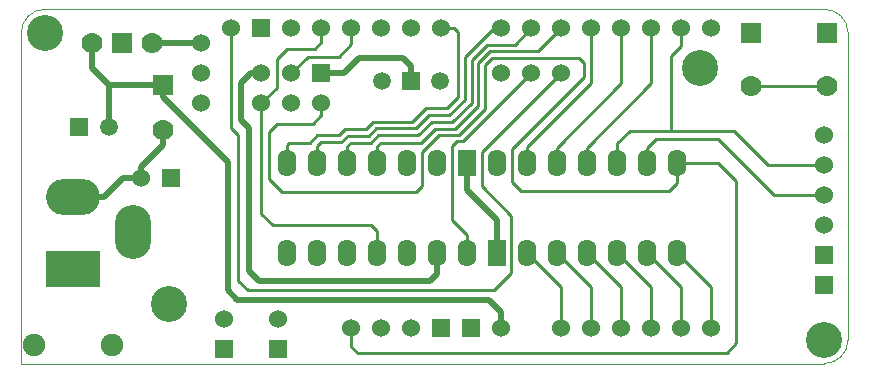
<source format=gtl>
G04 #@! TF.FileFunction,Copper,L1,Top,Signal*
%FSLAX46Y46*%
G04 Gerber Fmt 4.6, Leading zero omitted, Abs format (unit mm)*
G04 Created by KiCad (PCBNEW (2014-12-11 BZR 5320)-product) date Wed Dec 17 12:14:25 2014*
%MOMM*%
G01*
G04 APERTURE LIST*
%ADD10C,0.100000*%
%ADD11C,1.778000*%
%ADD12R,1.778000X1.778000*%
%ADD13C,3.048000*%
%ADD14R,4.572000X3.048000*%
%ADD15O,4.572000X3.048000*%
%ADD16O,3.048000X4.572000*%
%ADD17C,1.524000*%
%ADD18R,1.524000X1.524000*%
%ADD19O,1.574800X2.286000*%
%ADD20R,1.574800X2.286000*%
%ADD21C,1.905000*%
%ADD22C,1.501140*%
%ADD23R,1.501140X1.501140*%
%ADD24C,0.500000*%
%ADD25C,0.250000*%
G04 APERTURE END LIST*
D10*
X100000000Y-58000000D02*
X100000000Y-32000000D01*
X100000000Y-32000000D02*
G75*
G03X98000000Y-30000000I-2000000J0D01*
G01*
X98000000Y-60000000D02*
G75*
G03X100000000Y-58000000I0J2000000D01*
G01*
X32000000Y-30000000D02*
G75*
G03X30000000Y-32000000I0J-2000000D01*
G01*
X30000000Y-60000000D02*
X30000000Y-32000000D01*
X98000000Y-60000000D02*
X30000000Y-60000000D01*
X32000000Y-30000000D02*
X98000000Y-30000000D01*
D11*
X35960000Y-32870000D03*
D12*
X38500000Y-32870000D03*
D11*
X41040000Y-32870000D03*
D12*
X98250000Y-32000000D03*
D11*
X91750000Y-36500000D03*
X98250000Y-36500000D03*
D12*
X91750000Y-32000000D03*
D13*
X98000000Y-58000000D03*
X42500000Y-55000000D03*
D14*
X34400000Y-52000000D03*
D15*
X34400000Y-45904000D03*
D16*
X39480000Y-48825000D03*
D17*
X50320000Y-37950000D03*
X50320000Y-35410000D03*
X52860000Y-37950000D03*
X52860000Y-35410000D03*
X55400000Y-37950000D03*
D18*
X55400000Y-35410000D03*
D17*
X65560000Y-31600000D03*
X63020000Y-31600000D03*
X60480000Y-31600000D03*
X57940000Y-31600000D03*
X55400000Y-31600000D03*
X52860000Y-31600000D03*
D18*
X50320000Y-31600000D03*
D17*
X47780000Y-31600000D03*
X88420000Y-31600000D03*
X85880000Y-31600000D03*
X83340000Y-31600000D03*
X80800000Y-31600000D03*
X78260000Y-31600000D03*
X75720000Y-31600000D03*
X73180000Y-31600000D03*
X70640000Y-31600000D03*
X88420000Y-57000000D03*
X85880000Y-57000000D03*
X83340000Y-57000000D03*
X80800000Y-57000000D03*
X78260000Y-57000000D03*
X75720000Y-57000000D03*
X70640000Y-57000000D03*
D18*
X68100000Y-57000000D03*
X65560000Y-57000000D03*
D17*
X63020000Y-57000000D03*
X60480000Y-57000000D03*
X57940000Y-57000000D03*
X45230000Y-32870000D03*
X45230000Y-35410000D03*
X45230000Y-37950000D03*
X51700000Y-56230000D03*
D18*
X51700000Y-58770000D03*
D17*
X47200000Y-56230000D03*
D18*
X47200000Y-58770000D03*
D19*
X82970000Y-42990000D03*
X80430000Y-42990000D03*
X77890000Y-42990000D03*
X75350000Y-42990000D03*
X72810000Y-42990000D03*
X70270000Y-42990000D03*
D20*
X67730000Y-42990000D03*
D19*
X65190000Y-42990000D03*
X62650000Y-42990000D03*
X60110000Y-42990000D03*
X57570000Y-42990000D03*
X55030000Y-42990000D03*
X52490000Y-42990000D03*
X85510000Y-42990000D03*
X52490000Y-50610000D03*
X55030000Y-50610000D03*
X57570000Y-50610000D03*
X60110000Y-50610000D03*
X62650000Y-50610000D03*
X65190000Y-50610000D03*
X67730000Y-50610000D03*
D20*
X70270000Y-50610000D03*
D19*
X72810000Y-50610000D03*
X75350000Y-50610000D03*
X77890000Y-50610000D03*
X80430000Y-50610000D03*
X82970000Y-50610000D03*
X85510000Y-50610000D03*
D18*
X98000000Y-53350000D03*
X98000000Y-50810000D03*
D17*
X98000000Y-48270000D03*
X98000000Y-45730000D03*
X98000000Y-43190000D03*
X98000000Y-40650000D03*
D21*
X37702000Y-58467000D03*
X31098000Y-58467000D03*
D22*
X65450940Y-36080000D03*
X60569060Y-36080000D03*
D23*
X63010000Y-36080000D03*
D11*
X42000000Y-40250000D03*
D12*
X42000000Y-36440000D03*
D13*
X32000000Y-32000000D03*
X87500000Y-35000000D03*
D17*
X70640000Y-35410000D03*
X73180000Y-35410000D03*
X75720000Y-35410000D03*
D23*
X34910000Y-39970000D03*
D22*
X37450000Y-39970000D03*
D18*
X42700000Y-44300000D03*
D17*
X40160000Y-44300000D03*
D24*
X65190000Y-52410000D02*
X64600000Y-53000000D01*
X64600000Y-53000000D02*
X50100000Y-53000000D01*
X50100000Y-53000000D02*
X49250000Y-52150000D01*
X65190000Y-52410000D02*
X65190000Y-50610000D01*
X49250000Y-40070000D02*
X48590000Y-39410000D01*
X48590000Y-39410000D02*
X48590000Y-36250000D01*
X48590000Y-36250000D02*
X49430000Y-35410000D01*
X49430000Y-35410000D02*
X50320000Y-35410000D01*
X49250000Y-52150000D02*
X49250000Y-40070000D01*
X70270000Y-47870000D02*
X70270000Y-50610000D01*
X67730000Y-45330000D02*
X70270000Y-47870000D01*
X67730000Y-42990000D02*
X67730000Y-45330000D01*
X57300000Y-35410000D02*
X58550000Y-34160000D01*
X55400000Y-35410000D02*
X57300000Y-35410000D01*
X62320000Y-34160000D02*
X63010000Y-34850000D01*
X63010000Y-34850000D02*
X63010000Y-36080000D01*
X58550000Y-34160000D02*
X62320000Y-34160000D01*
X69590000Y-54600000D02*
X48300000Y-54600000D01*
X70640000Y-55650000D02*
X69590000Y-54600000D01*
X48300000Y-54600000D02*
X47500000Y-53800000D01*
X70640000Y-57000000D02*
X70640000Y-55650000D01*
X37470000Y-39950000D02*
X37450000Y-39970000D01*
X42000000Y-36440000D02*
X37450000Y-36440000D01*
X37450000Y-36450000D02*
X37450000Y-36440000D01*
X37450000Y-39970000D02*
X37450000Y-36450000D01*
X35960000Y-34960000D02*
X37450000Y-36450000D01*
X35960000Y-32870000D02*
X35960000Y-34960000D01*
X42000000Y-37430000D02*
X47500000Y-42930000D01*
X47500000Y-42930000D02*
X47500000Y-53800000D01*
X42000000Y-36440000D02*
X42000000Y-37430000D01*
D25*
X91750000Y-36500000D02*
X98250000Y-36500000D01*
X63900000Y-45000000D02*
X63400000Y-45500000D01*
X63900000Y-42100000D02*
X63900000Y-45000000D01*
X52100000Y-45500000D02*
X50950000Y-44350000D01*
X50950000Y-44350000D02*
X50950000Y-40420000D01*
X63400000Y-45500000D02*
X52100000Y-45500000D01*
X77640000Y-35770000D02*
X71550000Y-41860000D01*
X77640000Y-34540000D02*
X77640000Y-35770000D01*
X77220000Y-34120000D02*
X77640000Y-34540000D01*
X90530000Y-44530000D02*
X88990000Y-42990000D01*
X88990000Y-42990000D02*
X85510000Y-42990000D01*
X90530000Y-44530000D02*
X90530000Y-58290000D01*
X89720000Y-59100000D02*
X90530000Y-58290000D01*
X58480000Y-59100000D02*
X57940000Y-58560000D01*
X57940000Y-58560000D02*
X57940000Y-57000000D01*
X89720000Y-59100000D02*
X58480000Y-59100000D01*
X85510000Y-44690000D02*
X85510000Y-42990000D01*
X84800000Y-45400000D02*
X72350000Y-45400000D01*
X85510000Y-44690000D02*
X84800000Y-45400000D01*
X72350000Y-45400000D02*
X71550000Y-44600000D01*
X71550000Y-44600000D02*
X71550000Y-41860000D01*
X69860000Y-34120000D02*
X69290000Y-34690000D01*
X77220000Y-34120000D02*
X69860000Y-34120000D01*
X69290000Y-38440000D02*
X67080000Y-40650000D01*
X67080000Y-40650000D02*
X65350000Y-40650000D01*
X65350000Y-40650000D02*
X63900000Y-42100000D01*
X69290000Y-34690000D02*
X69290000Y-38440000D01*
X55400000Y-38970000D02*
X54670000Y-39700000D01*
X54670000Y-39700000D02*
X51670000Y-39700000D01*
X51670000Y-39700000D02*
X50950000Y-40420000D01*
X55400000Y-37950000D02*
X55400000Y-38970000D01*
D24*
X38580000Y-44300000D02*
X36976000Y-45904000D01*
X36976000Y-45904000D02*
X34400000Y-45904000D01*
X40160000Y-44300000D02*
X38580000Y-44300000D01*
X40160000Y-43380000D02*
X42000000Y-41540000D01*
X42000000Y-41540000D02*
X42000000Y-40250000D01*
X40160000Y-44300000D02*
X40160000Y-43380000D01*
X45230000Y-32870000D02*
X41040000Y-32870000D01*
D25*
X75720000Y-53520000D02*
X72810000Y-50610000D01*
X75720000Y-57000000D02*
X75720000Y-53520000D01*
X78260000Y-53520000D02*
X75350000Y-50610000D01*
X78260000Y-57000000D02*
X78260000Y-53520000D01*
X80800000Y-53520000D02*
X77890000Y-50610000D01*
X80800000Y-57000000D02*
X80800000Y-53520000D01*
X83340000Y-53520000D02*
X80430000Y-50610000D01*
X83340000Y-57000000D02*
X83340000Y-53520000D01*
X85880000Y-53520000D02*
X82970000Y-50610000D01*
X85880000Y-57000000D02*
X85880000Y-53520000D01*
X88420000Y-53520000D02*
X85510000Y-50610000D01*
X88420000Y-57000000D02*
X88420000Y-53520000D01*
X67390000Y-41200000D02*
X73180000Y-35410000D01*
X67730000Y-50610000D02*
X67730000Y-49085700D01*
X67730000Y-49085700D02*
X66500000Y-47855700D01*
X66500000Y-47855700D02*
X66500000Y-41600000D01*
X66500000Y-41600000D02*
X66900000Y-41200000D01*
X67390000Y-41200000D02*
X66900000Y-41200000D01*
X93730000Y-45730000D02*
X89000000Y-41000000D01*
X89000000Y-41000000D02*
X83750000Y-41000000D01*
X83750000Y-41000000D02*
X82970000Y-41780000D01*
X82970000Y-41780000D02*
X82970000Y-42990000D01*
X98000000Y-45730000D02*
X93730000Y-45730000D01*
X80430000Y-41370000D02*
X81500000Y-40300000D01*
X81500000Y-40300000D02*
X85000000Y-40300000D01*
X90300000Y-40300000D02*
X93190000Y-43190000D01*
X85000000Y-40300000D02*
X90300000Y-40300000D01*
X93190000Y-43190000D02*
X98000000Y-43190000D01*
X80430000Y-42990000D02*
X80430000Y-41370000D01*
X85000000Y-34000000D02*
X85000000Y-40300000D01*
X85880000Y-33120000D02*
X85000000Y-34000000D01*
X85880000Y-31600000D02*
X85880000Y-33120000D01*
X83340000Y-36280000D02*
X77890000Y-41730000D01*
X77890000Y-41730000D02*
X77890000Y-42990000D01*
X83340000Y-31600000D02*
X83340000Y-36280000D01*
X75350000Y-41730000D02*
X75350000Y-42990000D01*
X80800000Y-36280000D02*
X75350000Y-41730000D01*
X80800000Y-31600000D02*
X80800000Y-36280000D01*
X72810000Y-41710000D02*
X72810000Y-42990000D01*
X78260000Y-36260000D02*
X72810000Y-41710000D01*
X78260000Y-31600000D02*
X78260000Y-36260000D01*
X60110000Y-42990000D02*
X60110000Y-41990000D01*
X69665000Y-33555000D02*
X68700000Y-34520000D01*
X73765000Y-33555000D02*
X75720000Y-31600000D01*
X69665000Y-33555000D02*
X73765000Y-33555000D01*
X63830000Y-41290000D02*
X60420000Y-41290000D01*
X60110000Y-41600000D02*
X60110000Y-42990000D01*
X60420000Y-41290000D02*
X60110000Y-41600000D01*
X65010000Y-40110000D02*
X63830000Y-41290000D01*
X68700000Y-38160000D02*
X66750000Y-40110000D01*
X66750000Y-40110000D02*
X65010000Y-40110000D01*
X68700000Y-34520000D02*
X68700000Y-38160000D01*
X57570000Y-41600000D02*
X57570000Y-42990000D01*
X69410000Y-33020000D02*
X68120000Y-34310000D01*
X71760000Y-33020000D02*
X73180000Y-31600000D01*
X69410000Y-33020000D02*
X71760000Y-33020000D01*
X63620000Y-40680000D02*
X60240000Y-40680000D01*
X60240000Y-40680000D02*
X59630000Y-41290000D01*
X59630000Y-41290000D02*
X57880000Y-41290000D01*
X57880000Y-41290000D02*
X57570000Y-41600000D01*
X64760000Y-39540000D02*
X63620000Y-40680000D01*
X68120000Y-37910000D02*
X66490000Y-39540000D01*
X66490000Y-39540000D02*
X64760000Y-39540000D01*
X68120000Y-34310000D02*
X68120000Y-37910000D01*
X55030000Y-42270000D02*
X55030000Y-42990000D01*
X55030000Y-41570000D02*
X55030000Y-42990000D01*
X70020000Y-31600000D02*
X67570000Y-34050000D01*
X70640000Y-31600000D02*
X70020000Y-31600000D01*
X64480000Y-38990000D02*
X63380000Y-40090000D01*
X63380000Y-40090000D02*
X60030000Y-40090000D01*
X60030000Y-40090000D02*
X59410000Y-40710000D01*
X59410000Y-40710000D02*
X57640000Y-40710000D01*
X57640000Y-40710000D02*
X57090000Y-41260000D01*
X57090000Y-41260000D02*
X55340000Y-41260000D01*
X55340000Y-41260000D02*
X55030000Y-41570000D01*
X67570000Y-37650000D02*
X66230000Y-38990000D01*
X66230000Y-38990000D02*
X64480000Y-38990000D01*
X67570000Y-34050000D02*
X67570000Y-37650000D01*
X52690000Y-41310000D02*
X52490000Y-41510000D01*
X52490000Y-41510000D02*
X52490000Y-42990000D01*
X64230000Y-38400000D02*
X63120000Y-39510000D01*
X63120000Y-39510000D02*
X59790000Y-39510000D01*
X59790000Y-39510000D02*
X59190000Y-40110000D01*
X59190000Y-40110000D02*
X57430000Y-40110000D01*
X57430000Y-40110000D02*
X56860000Y-40680000D01*
X56860000Y-40680000D02*
X55040000Y-40680000D01*
X55040000Y-40680000D02*
X54410000Y-41310000D01*
X54410000Y-41310000D02*
X52690000Y-41310000D01*
X66640000Y-31600000D02*
X67000000Y-31960000D01*
X67000000Y-31960000D02*
X67000000Y-37430000D01*
X67000000Y-37430000D02*
X66030000Y-38400000D01*
X66030000Y-38400000D02*
X64230000Y-38400000D01*
X65560000Y-31600000D02*
X66640000Y-31600000D01*
X57940000Y-32990000D02*
X56910000Y-34020000D01*
X56910000Y-34020000D02*
X54250000Y-34020000D01*
X54250000Y-34020000D02*
X52860000Y-35410000D01*
X57940000Y-31600000D02*
X57940000Y-32990000D01*
X60110000Y-48810000D02*
X59600000Y-48300000D01*
X59600000Y-48300000D02*
X51320000Y-48300000D01*
X60110000Y-50610000D02*
X60110000Y-48810000D01*
X55400000Y-32770000D02*
X54830000Y-33340000D01*
X54830000Y-33340000D02*
X52530000Y-33340000D01*
X52530000Y-33340000D02*
X51630000Y-34240000D01*
X51630000Y-34240000D02*
X51630000Y-36640000D01*
X51630000Y-36640000D02*
X50320000Y-37950000D01*
X55400000Y-31600000D02*
X55400000Y-32770000D01*
X50320000Y-47300000D02*
X51320000Y-48300000D01*
X50320000Y-37950000D02*
X50320000Y-47300000D01*
X69000000Y-42130000D02*
X75720000Y-35410000D01*
X70000000Y-53800000D02*
X71500000Y-52300000D01*
X71500000Y-52300000D02*
X71500000Y-47500000D01*
X49200000Y-53800000D02*
X70000000Y-53800000D01*
X48380000Y-52980000D02*
X49200000Y-53800000D01*
X71500000Y-47500000D02*
X69000000Y-45000000D01*
X69000000Y-45000000D02*
X69000000Y-42130000D01*
X48380000Y-52980000D02*
X48380000Y-40680000D01*
X47780000Y-40080000D02*
X48380000Y-40680000D01*
X47780000Y-31600000D02*
X47780000Y-40080000D01*
M02*

</source>
